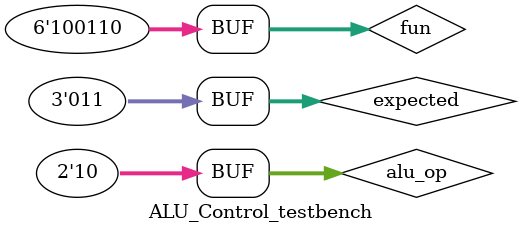
<source format=v>
`define DELAY 20
module ALU_Control_testbench();

reg [5:0] fun;
reg [1:0] alu_op;
reg [2:0] expected;
wire [2:0] alu_select;

ALU_Control ALU_Control_test (fun, alu_op, alu_select);

initial begin
	//
	alu_op = 2'b00;
	fun = 6'b000000;
	expected = 3'b010;
	#`DELAY;
	
	alu_op = 2'b00;
	fun = 6'b111111;
	expected = 3'b010;
	#`DELAY;
	
	alu_op = 2'b00;
	fun = 6'b011011;
	expected = 3'b010;
	#`DELAY;
	
	//
	alu_op = 2'b01;
	fun = 6'b000000;
	expected = 3'b110;
	#`DELAY;
	
	alu_op = 2'b01;
	fun = 6'b111111;
	expected = 3'b110;
	#`DELAY;
	
	alu_op = 2'b01;
	fun = 6'b011011;
	expected = 3'b110;
	#`DELAY;
	
	//
	alu_op = 2'b11;
	fun = 6'b000000;
	expected = 3'b001;
	#`DELAY;
	
	alu_op = 2'b11;
	fun = 6'b111111;
	expected = 3'b001;
	#`DELAY;
	
	alu_op = 2'b11;
	fun = 6'b011011;
	expected = 3'b001;
	#`DELAY;
	
	//
	alu_op = 2'b10;
	fun = 6'b100000;
	expected = 3'b010;
	#`DELAY;
	
	alu_op = 2'b10;
	fun = 6'b100010;
	expected = 3'b110;
	#`DELAY;
	
	alu_op = 2'b10;
	fun = 6'b100100;
	expected = 3'b000;
	#`DELAY;
	
	alu_op = 2'b10;
	fun = 6'b100101;
	expected = 3'b001;
	#`DELAY;
	
	alu_op = 2'b10;
	fun = 6'b100110;
	expected = 3'b011;
	#`DELAY;

end

initial begin
	$monitor("fun=%6b, alu_op=%2b, alu_select=%3b, expected=%3b", fun, alu_op, alu_select, expected);
end

endmodule

</source>
